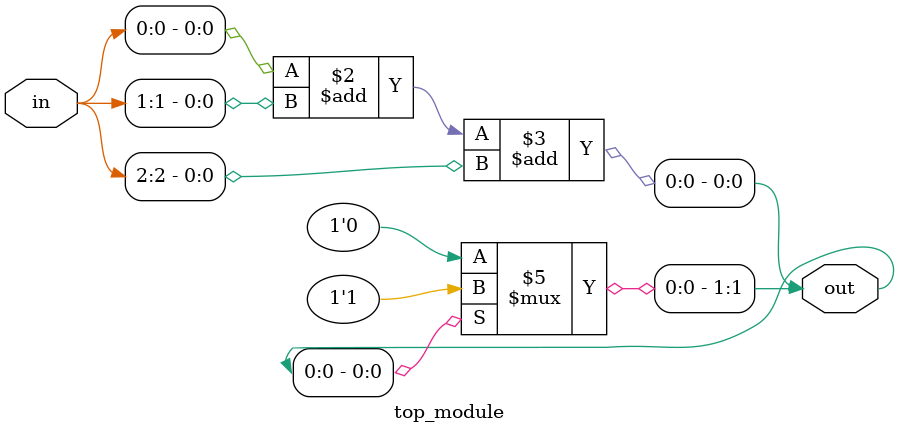
<source format=sv>
module top_module (
    input [2:0] in,
    output reg [1:0] out
);

    always @(*) begin
        out[0] = in[0] + in[1] + in[2]; // sum of all bits in the input vector
        out[1] = out[0] != 3'b000 ? 1'b1 : 1'b0; // output 1 if sum is not zero, else output 0
    end

endmodule

</source>
